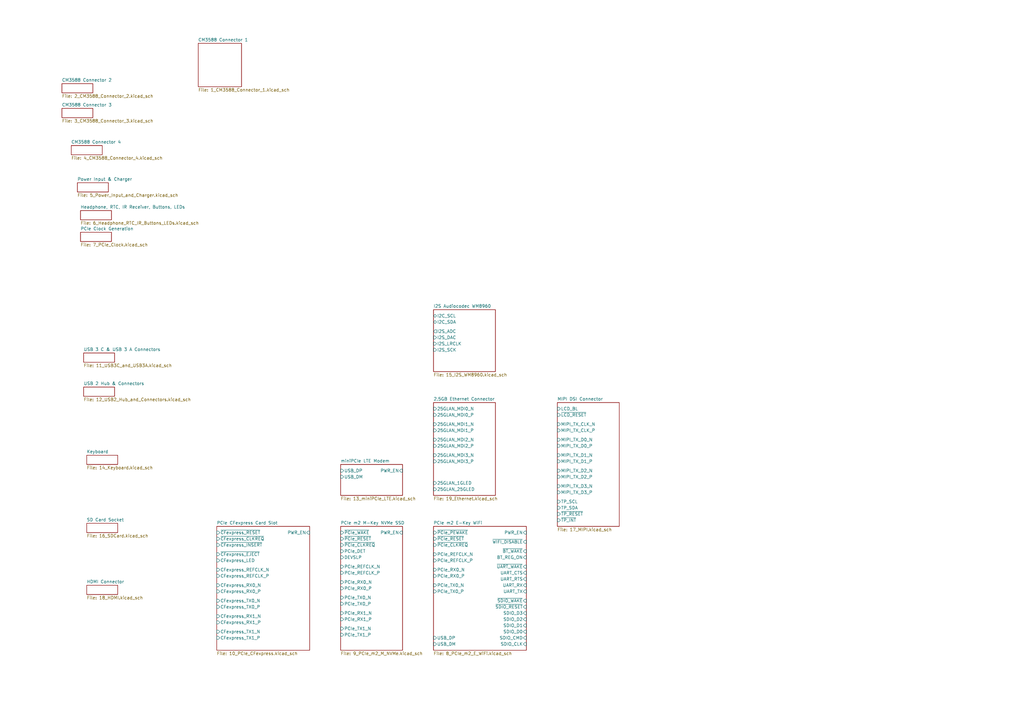
<source format=kicad_sch>
(kicad_sch
	(version 20250114)
	(generator "eeschema")
	(generator_version "9.0")
	(uuid "e8df7ad4-0398-46fe-8df2-22f014c5f1dd")
	(paper "A3")
	(lib_symbols)
	(sheet
		(at 31.75 74.93)
		(size 12.7 3.81)
		(exclude_from_sim no)
		(in_bom yes)
		(on_board yes)
		(dnp no)
		(fields_autoplaced yes)
		(stroke
			(width 0.1524)
			(type solid)
		)
		(fill
			(color 0 0 0 0.0000)
		)
		(uuid "07fa1f4a-4f08-4a00-b91a-2935c9cd6246")
		(property "Sheetname" "Power Input & Charger"
			(at 31.75 74.2184 0)
			(effects
				(font
					(size 1.27 1.27)
				)
				(justify left bottom)
			)
		)
		(property "Sheetfile" "5_Power_Input_and_Charger.kicad_sch"
			(at 31.75 79.3246 0)
			(effects
				(font
					(size 1.27 1.27)
				)
				(justify left top)
			)
		)
		(instances
			(project "mainboard"
				(path "/e8df7ad4-0398-46fe-8df2-22f014c5f1dd"
					(page "5")
				)
			)
		)
	)
	(sheet
		(at 81.28 17.78)
		(size 17.78 17.78)
		(exclude_from_sim no)
		(in_bom yes)
		(on_board yes)
		(dnp no)
		(fields_autoplaced yes)
		(stroke
			(width 0.1524)
			(type solid)
		)
		(fill
			(color 0 0 0 0.0000)
		)
		(uuid "179b20ca-7cf4-4c76-8c3b-b8b4c6c25c72")
		(property "Sheetname" "CM3588 Connector 1"
			(at 81.28 17.0684 0)
			(effects
				(font
					(size 1.27 1.27)
				)
				(justify left bottom)
			)
		)
		(property "Sheetfile" "1_CM3588_Connector_1.kicad_sch"
			(at 81.28 36.1446 0)
			(effects
				(font
					(size 1.27 1.27)
				)
				(justify left top)
			)
		)
		(instances
			(project "mainboard"
				(path "/e8df7ad4-0398-46fe-8df2-22f014c5f1dd"
					(page "1")
				)
			)
		)
	)
	(sheet
		(at 35.56 240.03)
		(size 12.7 3.81)
		(exclude_from_sim no)
		(in_bom yes)
		(on_board yes)
		(dnp no)
		(fields_autoplaced yes)
		(stroke
			(width 0.1524)
			(type solid)
		)
		(fill
			(color 0 0 0 0.0000)
		)
		(uuid "18d9dc9f-f158-4b8c-8c03-4e0e0e17c019")
		(property "Sheetname" "HDMI Connector"
			(at 35.56 239.3184 0)
			(effects
				(font
					(size 1.27 1.27)
				)
				(justify left bottom)
			)
		)
		(property "Sheetfile" "18_HDMI.kicad_sch"
			(at 35.56 244.4246 0)
			(effects
				(font
					(size 1.27 1.27)
				)
				(justify left top)
			)
		)
		(instances
			(project "mainboard"
				(path "/e8df7ad4-0398-46fe-8df2-22f014c5f1dd"
					(page "18")
				)
			)
		)
	)
	(sheet
		(at 33.02 95.25)
		(size 12.7 3.81)
		(exclude_from_sim no)
		(in_bom yes)
		(on_board yes)
		(dnp no)
		(fields_autoplaced yes)
		(stroke
			(width 0.1524)
			(type solid)
		)
		(fill
			(color 0 0 0 0.0000)
		)
		(uuid "484c6dee-af44-4b63-a825-46ce928312ff")
		(property "Sheetname" "PCIe Clock Generation"
			(at 33.02 94.5384 0)
			(effects
				(font
					(size 1.27 1.27)
				)
				(justify left bottom)
			)
		)
		(property "Sheetfile" "7_PCIe_Clock.kicad_sch"
			(at 33.02 99.6446 0)
			(effects
				(font
					(size 1.27 1.27)
				)
				(justify left top)
			)
		)
		(instances
			(project "mainboard"
				(path "/e8df7ad4-0398-46fe-8df2-22f014c5f1dd"
					(page "7")
				)
			)
		)
	)
	(sheet
		(at 139.7 215.9)
		(size 25.4 50.8)
		(exclude_from_sim no)
		(in_bom yes)
		(on_board yes)
		(dnp no)
		(fields_autoplaced yes)
		(stroke
			(width 0.1524)
			(type solid)
		)
		(fill
			(color 0 0 0 0.0000)
		)
		(uuid "6669fa1e-f015-4347-b375-5371b2a452c4")
		(property "Sheetname" "PCIe m2 M-Key NVMe SSD"
			(at 139.7 215.1884 0)
			(effects
				(font
					(size 1.27 1.27)
				)
				(justify left bottom)
			)
		)
		(property "Sheetfile" "9_PCIe_m2_M_NVMe.kicad_sch"
			(at 139.7 267.2846 0)
			(effects
				(font
					(size 1.27 1.27)
				)
				(justify left top)
			)
		)
		(pin "DEVSLP" input
			(at 139.7 228.6 180)
			(uuid "8250a307-5bfc-45cd-bcc1-a8e3b110935a")
			(effects
				(font
					(size 1.27 1.27)
				)
				(justify left)
			)
		)
		(pin "PCIe_DET" input
			(at 139.7 226.06 180)
			(uuid "5d36ab89-ee9c-45f1-9c8f-411f04604c30")
			(effects
				(font
					(size 1.27 1.27)
				)
				(justify left)
			)
		)
		(pin "PCIe_REFCLK_N" input
			(at 139.7 232.41 180)
			(uuid "456707b3-ef8a-449b-b780-e7ea84c2fe0f")
			(effects
				(font
					(size 1.27 1.27)
				)
				(justify left)
			)
		)
		(pin "PCIe_REFCLK_P" input
			(at 139.7 234.95 180)
			(uuid "3a6e22a8-1c33-4ccb-8634-0656c7ed4f73")
			(effects
				(font
					(size 1.27 1.27)
				)
				(justify left)
			)
		)
		(pin "PCIe_RX0_N" input
			(at 139.7 238.76 180)
			(uuid "b36f63ee-dda5-4273-8749-7e370dc55816")
			(effects
				(font
					(size 1.27 1.27)
				)
				(justify left)
			)
		)
		(pin "PCIe_RX0_P" input
			(at 139.7 241.3 180)
			(uuid "79078436-955e-4ba2-b5e9-f0115e164c7e")
			(effects
				(font
					(size 1.27 1.27)
				)
				(justify left)
			)
		)
		(pin "PCIe_RX1_N" input
			(at 139.7 251.46 180)
			(uuid "ab0b778b-3805-4636-8b20-f9d4a643390a")
			(effects
				(font
					(size 1.27 1.27)
				)
				(justify left)
			)
		)
		(pin "PCIe_RX1_P" input
			(at 139.7 254 180)
			(uuid "e44f8fa1-d1ae-449a-b73e-ebcffea75acf")
			(effects
				(font
					(size 1.27 1.27)
				)
				(justify left)
			)
		)
		(pin "PCIe_TX0_N" input
			(at 139.7 245.11 180)
			(uuid "8df59557-ebe2-4399-86e1-76227324d036")
			(effects
				(font
					(size 1.27 1.27)
				)
				(justify left)
			)
		)
		(pin "PCIe_TX0_P" input
			(at 139.7 247.65 180)
			(uuid "a3983adb-1f39-45d9-9b6c-038ef2f9cafd")
			(effects
				(font
					(size 1.27 1.27)
				)
				(justify left)
			)
		)
		(pin "PCIe_TX1_N" input
			(at 139.7 257.81 180)
			(uuid "812bc123-58af-4285-8223-066e31c940f8")
			(effects
				(font
					(size 1.27 1.27)
				)
				(justify left)
			)
		)
		(pin "PCIe_TX1_P" input
			(at 139.7 260.35 180)
			(uuid "5b162702-1ec8-4c70-9286-ab9a493e8c20")
			(effects
				(font
					(size 1.27 1.27)
				)
				(justify left)
			)
		)
		(pin "~{PCIe_CLKREQ}" input
			(at 139.7 223.52 180)
			(uuid "2fdb73b0-335b-4c65-a8b9-7614e14944c7")
			(effects
				(font
					(size 1.27 1.27)
				)
				(justify left)
			)
		)
		(pin "~{PCIe_RESET}" input
			(at 139.7 220.98 180)
			(uuid "2235e878-ea99-4ca6-8bc4-70d78ace0891")
			(effects
				(font
					(size 1.27 1.27)
				)
				(justify left)
			)
		)
		(pin "~{PCIe_WAKE}" input
			(at 139.7 218.44 180)
			(uuid "c7155c23-faf8-4a14-b0f7-6850aad77b01")
			(effects
				(font
					(size 1.27 1.27)
				)
				(justify left)
			)
		)
		(pin "PWR_EN" input
			(at 165.1 218.44 0)
			(uuid "5f32886c-3a2e-49d3-9f05-969676369bbf")
			(effects
				(font
					(size 1.27 1.27)
				)
				(justify right)
			)
		)
		(instances
			(project "mainboard"
				(path "/e8df7ad4-0398-46fe-8df2-22f014c5f1dd"
					(page "9")
				)
			)
		)
	)
	(sheet
		(at 25.4 44.45)
		(size 12.7 3.81)
		(exclude_from_sim no)
		(in_bom yes)
		(on_board yes)
		(dnp no)
		(fields_autoplaced yes)
		(stroke
			(width 0.1524)
			(type solid)
		)
		(fill
			(color 0 0 0 0.0000)
		)
		(uuid "68a2b222-807f-4ee1-877f-9299e0573b20")
		(property "Sheetname" "CM3588 Connector 3"
			(at 25.4 43.7384 0)
			(effects
				(font
					(size 1.27 1.27)
				)
				(justify left bottom)
			)
		)
		(property "Sheetfile" "3_CM3588_Connector_3.kicad_sch"
			(at 25.4 48.8446 0)
			(effects
				(font
					(size 1.27 1.27)
				)
				(justify left top)
			)
		)
		(instances
			(project "mainboard"
				(path "/e8df7ad4-0398-46fe-8df2-22f014c5f1dd"
					(page "3")
				)
			)
		)
	)
	(sheet
		(at 139.7 190.5)
		(size 25.4 12.7)
		(exclude_from_sim no)
		(in_bom yes)
		(on_board yes)
		(dnp no)
		(fields_autoplaced yes)
		(stroke
			(width 0.1524)
			(type solid)
		)
		(fill
			(color 0 0 0 0.0000)
		)
		(uuid "8644110b-fd44-4bf7-8252-8da3b2442694")
		(property "Sheetname" "miniPCIe LTE Modem"
			(at 139.7 189.7884 0)
			(effects
				(font
					(size 1.27 1.27)
				)
				(justify left bottom)
			)
		)
		(property "Sheetfile" "13_miniPCIe_LTE.kicad_sch"
			(at 139.7 203.7846 0)
			(effects
				(font
					(size 1.27 1.27)
				)
				(justify left top)
			)
		)
		(pin "PWR_EN" input
			(at 165.1 193.04 0)
			(uuid "ec6ac0a6-97a2-4b59-a772-9f3389ff4408")
			(effects
				(font
					(size 1.27 1.27)
				)
				(justify right)
			)
		)
		(pin "USB_DM" input
			(at 139.7 195.58 180)
			(uuid "37a4b681-5ee7-49b0-a3ba-f36d8b9018e1")
			(effects
				(font
					(size 1.27 1.27)
				)
				(justify left)
			)
		)
		(pin "USB_DP" input
			(at 139.7 193.04 180)
			(uuid "c6ffd364-60bb-4929-8078-449c68b24900")
			(effects
				(font
					(size 1.27 1.27)
				)
				(justify left)
			)
		)
		(instances
			(project "mainboard"
				(path "/e8df7ad4-0398-46fe-8df2-22f014c5f1dd"
					(page "13")
				)
			)
		)
	)
	(sheet
		(at 35.56 214.63)
		(size 12.7 3.81)
		(exclude_from_sim no)
		(in_bom yes)
		(on_board yes)
		(dnp no)
		(fields_autoplaced yes)
		(stroke
			(width 0.1524)
			(type solid)
		)
		(fill
			(color 0 0 0 0.0000)
		)
		(uuid "8986aa19-15b1-4e69-80f7-caad2369fd75")
		(property "Sheetname" "SD Card Socket"
			(at 35.56 213.9184 0)
			(effects
				(font
					(size 1.27 1.27)
				)
				(justify left bottom)
			)
		)
		(property "Sheetfile" "16_SDCard.kicad_sch"
			(at 35.56 219.0246 0)
			(effects
				(font
					(size 1.27 1.27)
				)
				(justify left top)
			)
		)
		(instances
			(project "mainboard"
				(path "/e8df7ad4-0398-46fe-8df2-22f014c5f1dd"
					(page "16")
				)
			)
		)
	)
	(sheet
		(at 34.29 158.75)
		(size 12.7 3.81)
		(exclude_from_sim no)
		(in_bom yes)
		(on_board yes)
		(dnp no)
		(fields_autoplaced yes)
		(stroke
			(width 0.1524)
			(type solid)
		)
		(fill
			(color 0 0 0 0.0000)
		)
		(uuid "8cfb5e11-a71f-45fa-8675-4058f56774f6")
		(property "Sheetname" "USB 2 Hub & Connectors"
			(at 34.29 158.0384 0)
			(effects
				(font
					(size 1.27 1.27)
				)
				(justify left bottom)
			)
		)
		(property "Sheetfile" "12_USB2_Hub_and_Connectors.kicad_sch"
			(at 34.29 163.1446 0)
			(effects
				(font
					(size 1.27 1.27)
				)
				(justify left top)
			)
		)
		(instances
			(project "mainboard"
				(path "/e8df7ad4-0398-46fe-8df2-22f014c5f1dd"
					(page "12")
				)
			)
		)
	)
	(sheet
		(at 228.6 165.1)
		(size 25.4 50.8)
		(exclude_from_sim no)
		(in_bom yes)
		(on_board yes)
		(dnp no)
		(fields_autoplaced yes)
		(stroke
			(width 0.1524)
			(type solid)
		)
		(fill
			(color 0 0 0 0.0000)
		)
		(uuid "92c68f36-3049-4ded-92bc-6a7d51e36adb")
		(property "Sheetname" "MIPI DSI Connector"
			(at 228.6 164.3884 0)
			(effects
				(font
					(size 1.27 1.27)
				)
				(justify left bottom)
			)
		)
		(property "Sheetfile" "17_MIPI.kicad_sch"
			(at 228.6 216.4846 0)
			(effects
				(font
					(size 1.27 1.27)
				)
				(justify left top)
			)
		)
		(pin "LCD_BL" input
			(at 228.6 167.64 180)
			(uuid "9d492064-8544-4e1e-a2d8-5f9e4f95ba72")
			(effects
				(font
					(size 1.27 1.27)
				)
				(justify left)
			)
		)
		(pin "MIPI_TX_CLK_N" input
			(at 228.6 173.99 180)
			(uuid "a80b5fad-fe20-4e7f-a777-be214113ffcd")
			(effects
				(font
					(size 1.27 1.27)
				)
				(justify left)
			)
		)
		(pin "MIPI_TX_CLK_P" input
			(at 228.6 176.53 180)
			(uuid "8f335182-66ad-4fa0-88e5-f4c0ce875b5b")
			(effects
				(font
					(size 1.27 1.27)
				)
				(justify left)
			)
		)
		(pin "MIPI_TX_D0_N" input
			(at 228.6 180.34 180)
			(uuid "3a6a22c8-b725-45a7-8b0e-108a0bf72b03")
			(effects
				(font
					(size 1.27 1.27)
				)
				(justify left)
			)
		)
		(pin "MIPI_TX_D0_P" input
			(at 228.6 182.88 180)
			(uuid "cd7c76a9-9d47-49c3-b15f-a5d637f8aab5")
			(effects
				(font
					(size 1.27 1.27)
				)
				(justify left)
			)
		)
		(pin "MIPI_TX_D1_N" input
			(at 228.6 186.69 180)
			(uuid "c66954df-ff6e-43ec-b246-47354d477309")
			(effects
				(font
					(size 1.27 1.27)
				)
				(justify left)
			)
		)
		(pin "MIPI_TX_D1_P" input
			(at 228.6 189.23 180)
			(uuid "30b815db-ee5e-4301-a847-d31a548ffea8")
			(effects
				(font
					(size 1.27 1.27)
				)
				(justify left)
			)
		)
		(pin "MIPI_TX_D2_N" input
			(at 228.6 193.04 180)
			(uuid "3ca4dc06-dd5f-4a08-986b-f22b6929833f")
			(effects
				(font
					(size 1.27 1.27)
				)
				(justify left)
			)
		)
		(pin "MIPI_TX_D2_P" input
			(at 228.6 195.58 180)
			(uuid "b48601a3-d718-459e-bd17-bbe69589ba72")
			(effects
				(font
					(size 1.27 1.27)
				)
				(justify left)
			)
		)
		(pin "MIPI_TX_D3_N" input
			(at 228.6 199.39 180)
			(uuid "964b1996-6a8a-44b6-ac53-b7fb548f5417")
			(effects
				(font
					(size 1.27 1.27)
				)
				(justify left)
			)
		)
		(pin "MIPI_TX_D3_P" input
			(at 228.6 201.93 180)
			(uuid "d5e198b6-df83-4a6f-9700-f4c6da2705bc")
			(effects
				(font
					(size 1.27 1.27)
				)
				(justify left)
			)
		)
		(pin "TP_SCL" input
			(at 228.6 205.74 180)
			(uuid "3de87970-0d10-43cb-a78c-6a0175a9f388")
			(effects
				(font
					(size 1.27 1.27)
				)
				(justify left)
			)
		)
		(pin "TP_SDA" input
			(at 228.6 208.28 180)
			(uuid "b5bd621e-d51d-448d-8f04-54a1a6b6d179")
			(effects
				(font
					(size 1.27 1.27)
				)
				(justify left)
			)
		)
		(pin "~{LCD_RESET}" input
			(at 228.6 170.18 180)
			(uuid "8f2106b5-0ebe-42bf-b69b-be8dd07e77fc")
			(effects
				(font
					(size 1.27 1.27)
				)
				(justify left)
			)
		)
		(pin "~{TP_INT}" input
			(at 228.6 213.36 180)
			(uuid "c3b4b5c9-0c4b-4798-ade9-b3f24d493762")
			(effects
				(font
					(size 1.27 1.27)
				)
				(justify left)
			)
		)
		(pin "~{TP_RESET}" input
			(at 228.6 210.82 180)
			(uuid "3109ae4e-d3f2-4604-a16b-4e677b66da7b")
			(effects
				(font
					(size 1.27 1.27)
				)
				(justify left)
			)
		)
		(instances
			(project "mainboard"
				(path "/e8df7ad4-0398-46fe-8df2-22f014c5f1dd"
					(page "17")
				)
			)
		)
	)
	(sheet
		(at 29.21 59.69)
		(size 12.7 3.81)
		(exclude_from_sim no)
		(in_bom yes)
		(on_board yes)
		(dnp no)
		(fields_autoplaced yes)
		(stroke
			(width 0.1524)
			(type solid)
		)
		(fill
			(color 0 0 0 0.0000)
		)
		(uuid "98643362-4360-4082-9fcf-14e673c38aa5")
		(property "Sheetname" "CM3588 Connector 4"
			(at 29.21 58.9784 0)
			(effects
				(font
					(size 1.27 1.27)
				)
				(justify left bottom)
			)
		)
		(property "Sheetfile" "4_CM3588_Connector_4.kicad_sch"
			(at 29.21 64.0846 0)
			(effects
				(font
					(size 1.27 1.27)
				)
				(justify left top)
			)
		)
		(instances
			(project "mainboard"
				(path "/e8df7ad4-0398-46fe-8df2-22f014c5f1dd"
					(page "4")
				)
			)
		)
	)
	(sheet
		(at 177.8 165.1)
		(size 25.4 38.1)
		(exclude_from_sim no)
		(in_bom yes)
		(on_board yes)
		(dnp no)
		(fields_autoplaced yes)
		(stroke
			(width 0.1524)
			(type solid)
		)
		(fill
			(color 0 0 0 0.0000)
		)
		(uuid "a5e27188-7231-4ab7-9c42-d430df737766")
		(property "Sheetname" "2.5GB Ethernet Connector"
			(at 177.8 164.3884 0)
			(effects
				(font
					(size 1.27 1.27)
				)
				(justify left bottom)
			)
		)
		(property "Sheetfile" "19_Ethernet.kicad_sch"
			(at 177.8 203.7846 0)
			(effects
				(font
					(size 1.27 1.27)
				)
				(justify left top)
			)
		)
		(pin "25GLAN_1GLED" input
			(at 177.8 198.12 180)
			(uuid "ea970541-ad9d-4d0d-8547-911cd1b37aa9")
			(effects
				(font
					(size 1.27 1.27)
				)
				(justify left)
			)
		)
		(pin "25GLAN_25GLED" input
			(at 177.8 200.66 180)
			(uuid "24cd0925-74b4-4560-a33f-7ae7e76c3a3e")
			(effects
				(font
					(size 1.27 1.27)
				)
				(justify left)
			)
		)
		(pin "25GLAN_MDI0_N" input
			(at 177.8 167.64 180)
			(uuid "f4af2d9b-10aa-40d9-9350-e6784521ac08")
			(effects
				(font
					(size 1.27 1.27)
				)
				(justify left)
			)
		)
		(pin "25GLAN_MDI0_P" input
			(at 177.8 170.18 180)
			(uuid "8dc62061-0699-45aa-8299-c65240602a1a")
			(effects
				(font
					(size 1.27 1.27)
				)
				(justify left)
			)
		)
		(pin "25GLAN_MDI1_N" input
			(at 177.8 173.99 180)
			(uuid "43d26a30-eace-40b0-aa03-d92c1c451f27")
			(effects
				(font
					(size 1.27 1.27)
				)
				(justify left)
			)
		)
		(pin "25GLAN_MDI1_P" input
			(at 177.8 176.53 180)
			(uuid "be8f7c3b-1e68-430d-85c9-d46a41f163fc")
			(effects
				(font
					(size 1.27 1.27)
				)
				(justify left)
			)
		)
		(pin "25GLAN_MDI2_N" input
			(at 177.8 180.34 180)
			(uuid "d967f382-784f-41fb-b4e8-dee48dc0690a")
			(effects
				(font
					(size 1.27 1.27)
				)
				(justify left)
			)
		)
		(pin "25GLAN_MDI2_P" input
			(at 177.8 182.88 180)
			(uuid "c38142cb-b0fb-4b38-9cc8-5fc01535ef0e")
			(effects
				(font
					(size 1.27 1.27)
				)
				(justify left)
			)
		)
		(pin "25GLAN_MDI3_N" input
			(at 177.8 186.69 180)
			(uuid "f5e953cf-b5bc-460c-a839-2c64b5e03602")
			(effects
				(font
					(size 1.27 1.27)
				)
				(justify left)
			)
		)
		(pin "25GLAN_MDI3_P" input
			(at 177.8 189.23 180)
			(uuid "f14274d4-a744-4264-9042-6c9ae352287b")
			(effects
				(font
					(size 1.27 1.27)
				)
				(justify left)
			)
		)
		(instances
			(project "mainboard"
				(path "/e8df7ad4-0398-46fe-8df2-22f014c5f1dd"
					(page "19")
				)
			)
		)
	)
	(sheet
		(at 177.8 215.9)
		(size 38.1 50.8)
		(exclude_from_sim no)
		(in_bom yes)
		(on_board yes)
		(dnp no)
		(fields_autoplaced yes)
		(stroke
			(width 0.1524)
			(type solid)
		)
		(fill
			(color 0 0 0 0.0000)
		)
		(uuid "a6c4e84f-5700-4370-a676-0959800a711a")
		(property "Sheetname" "PCIe m2 E-Key WiFi"
			(at 177.8 215.1884 0)
			(effects
				(font
					(size 1.27 1.27)
				)
				(justify left bottom)
			)
		)
		(property "Sheetfile" "8_PCIe_m2_E_WiFi.kicad_sch"
			(at 177.8 267.2846 0)
			(effects
				(font
					(size 1.27 1.27)
				)
				(justify left top)
			)
		)
		(pin "BT_REG_ON" input
			(at 215.9 228.6 0)
			(uuid "a419b7ef-d2ce-48c8-9df0-fcf1a3ee2669")
			(effects
				(font
					(size 1.27 1.27)
				)
				(justify right)
			)
		)
		(pin "PCIe_REFCLK_N" input
			(at 177.8 227.33 180)
			(uuid "ca33330a-3ba5-40ef-bc00-d2d7c19c15d3")
			(effects
				(font
					(size 1.27 1.27)
				)
				(justify left)
			)
		)
		(pin "PCIe_REFCLK_P" input
			(at 177.8 229.87 180)
			(uuid "61da3f16-0238-4bb8-a176-9311cc4d7c2b")
			(effects
				(font
					(size 1.27 1.27)
				)
				(justify left)
			)
		)
		(pin "PCIe_RX0_N" input
			(at 177.8 233.68 180)
			(uuid "8228758c-c887-4d14-aa2c-d1df368fa549")
			(effects
				(font
					(size 1.27 1.27)
				)
				(justify left)
			)
		)
		(pin "PCIe_RX0_P" input
			(at 177.8 236.22 180)
			(uuid "dfc69cb8-e98f-4d79-8e62-5d3b37eecdea")
			(effects
				(font
					(size 1.27 1.27)
				)
				(justify left)
			)
		)
		(pin "PCIe_TX0_N" input
			(at 177.8 240.03 180)
			(uuid "78154470-766a-439c-8d1c-92322baaa908")
			(effects
				(font
					(size 1.27 1.27)
				)
				(justify left)
			)
		)
		(pin "PCIe_TX0_P" input
			(at 177.8 242.57 180)
			(uuid "503d3434-3c92-4a17-8739-9187ca703ca5")
			(effects
				(font
					(size 1.27 1.27)
				)
				(justify left)
			)
		)
		(pin "PWR_EN" input
			(at 215.9 218.44 0)
			(uuid "a7721f1a-3755-4947-91e0-d0b49bc47497")
			(effects
				(font
					(size 1.27 1.27)
				)
				(justify right)
			)
		)
		(pin "SDIO_CLK" input
			(at 215.9 264.16 0)
			(uuid "89183d58-0cbf-45e9-998f-97e595956f39")
			(effects
				(font
					(size 1.27 1.27)
				)
				(justify right)
			)
		)
		(pin "SDIO_CMD" input
			(at 215.9 261.62 0)
			(uuid "3bb7f4f1-9a71-4b78-b11b-4ca417f19018")
			(effects
				(font
					(size 1.27 1.27)
				)
				(justify right)
			)
		)
		(pin "SDIO_D0" input
			(at 215.9 259.08 0)
			(uuid "499148c3-e452-4ed6-b36a-c0e2089c3a94")
			(effects
				(font
					(size 1.27 1.27)
				)
				(justify right)
			)
		)
		(pin "SDIO_D1" input
			(at 215.9 256.54 0)
			(uuid "1400c6b0-63da-4346-9fb5-4902b32a7de9")
			(effects
				(font
					(size 1.27 1.27)
				)
				(justify right)
			)
		)
		(pin "SDIO_D2" input
			(at 215.9 254 0)
			(uuid "37efb270-c9d5-4b1b-be84-7619150bb51b")
			(effects
				(font
					(size 1.27 1.27)
				)
				(justify right)
			)
		)
		(pin "SDIO_D3" input
			(at 215.9 251.46 0)
			(uuid "1dee3050-9556-46d2-a108-a109e34b8695")
			(effects
				(font
					(size 1.27 1.27)
				)
				(justify right)
			)
		)
		(pin "UART_CTS" input
			(at 215.9 234.95 0)
			(uuid "b651bca2-48fb-403b-8841-d46b695d6cfc")
			(effects
				(font
					(size 1.27 1.27)
				)
				(justify right)
			)
		)
		(pin "UART_RTS" input
			(at 215.9 237.49 0)
			(uuid "178e3ca4-fb21-4b7a-a25a-558444f803c6")
			(effects
				(font
					(size 1.27 1.27)
				)
				(justify right)
			)
		)
		(pin "UART_RX" input
			(at 215.9 240.03 0)
			(uuid "2f9ac340-3503-4c65-8831-74bdd8592184")
			(effects
				(font
					(size 1.27 1.27)
				)
				(justify right)
			)
		)
		(pin "UART_TX" input
			(at 215.9 242.57 0)
			(uuid "1c71a551-eee1-48d4-b955-f9bc9aa211b6")
			(effects
				(font
					(size 1.27 1.27)
				)
				(justify right)
			)
		)
		(pin "USB_DM" input
			(at 177.8 264.16 180)
			(uuid "c0331a03-48c8-4488-8c45-a89ec165729c")
			(effects
				(font
					(size 1.27 1.27)
				)
				(justify left)
			)
		)
		(pin "USB_DP" input
			(at 177.8 261.62 180)
			(uuid "acb8ba47-8f80-4fa0-be1d-36d1669db348")
			(effects
				(font
					(size 1.27 1.27)
				)
				(justify left)
			)
		)
		(pin "~{BT_WAKE}" input
			(at 215.9 226.06 0)
			(uuid "a216ab39-c948-4b57-9a98-3bd3e87d2e01")
			(effects
				(font
					(size 1.27 1.27)
				)
				(justify right)
			)
		)
		(pin "~{PCIe_CLKREQ}" input
			(at 177.8 223.52 180)
			(uuid "4bff014c-8b0d-48a3-b158-8f9f6e4951ad")
			(effects
				(font
					(size 1.27 1.27)
				)
				(justify left)
			)
		)
		(pin "~{PCIe_PEWAKE}" input
			(at 177.8 218.44 180)
			(uuid "d7264f83-4ba1-489e-9a91-27a7834d0ff4")
			(effects
				(font
					(size 1.27 1.27)
				)
				(justify left)
			)
		)
		(pin "~{PCIe_RESET}" input
			(at 177.8 220.98 180)
			(uuid "b58f351d-6c24-407f-a647-c139a0292561")
			(effects
				(font
					(size 1.27 1.27)
				)
				(justify left)
			)
		)
		(pin "~{SDIO_RESET}" input
			(at 215.9 248.92 0)
			(uuid "dee584bb-8033-4eeb-b90d-86d151453088")
			(effects
				(font
					(size 1.27 1.27)
				)
				(justify right)
			)
		)
		(pin "~{SDIO_WAKE}" input
			(at 215.9 246.38 0)
			(uuid "ddb31367-03bd-4df6-b0ba-7254b66df4d9")
			(effects
				(font
					(size 1.27 1.27)
				)
				(justify right)
			)
		)
		(pin "~{UART_WAKE}" input
			(at 215.9 232.41 0)
			(uuid "ed4b98d1-e965-49cc-8add-ab57c8718b2c")
			(effects
				(font
					(size 1.27 1.27)
				)
				(justify right)
			)
		)
		(pin "~{WIFI_DISABLE}" input
			(at 215.9 222.25 0)
			(uuid "20ceb7d5-05bb-4826-b8b7-95f4ba3358d9")
			(effects
				(font
					(size 1.27 1.27)
				)
				(justify right)
			)
		)
		(instances
			(project "mainboard"
				(path "/e8df7ad4-0398-46fe-8df2-22f014c5f1dd"
					(page "8")
				)
			)
		)
	)
	(sheet
		(at 177.8 127)
		(size 25.4 25.4)
		(exclude_from_sim no)
		(in_bom yes)
		(on_board yes)
		(dnp no)
		(fields_autoplaced yes)
		(stroke
			(width 0.1524)
			(type solid)
		)
		(fill
			(color 0 0 0 0.0000)
		)
		(uuid "b257af20-c8e7-4b15-a490-5e02f5f9fd5b")
		(property "Sheetname" "I2S Audiocodec WM8960"
			(at 177.8 126.2884 0)
			(effects
				(font
					(size 1.27 1.27)
				)
				(justify left bottom)
			)
		)
		(property "Sheetfile" "15_I2S_WM8960.kicad_sch"
			(at 177.8 152.9846 0)
			(effects
				(font
					(size 1.27 1.27)
				)
				(justify left top)
			)
		)
		(pin "I2C_SCL" bidirectional
			(at 177.8 129.54 180)
			(uuid "979cdd8e-a106-445d-b8a7-48f177e59667")
			(effects
				(font
					(size 1.27 1.27)
				)
				(justify left)
			)
		)
		(pin "I2C_SDA" bidirectional
			(at 177.8 132.08 180)
			(uuid "282c9627-54b5-4aa2-bee8-89a08e502522")
			(effects
				(font
					(size 1.27 1.27)
				)
				(justify left)
			)
		)
		(pin "I2S_ADC" output
			(at 177.8 135.89 180)
			(uuid "a05cbe98-0618-446b-883e-d0c320231d4f")
			(effects
				(font
					(size 1.27 1.27)
				)
				(justify left)
			)
		)
		(pin "I2S_DAC" input
			(at 177.8 138.43 180)
			(uuid "b2c31b22-7b40-4714-bd58-1e419d037485")
			(effects
				(font
					(size 1.27 1.27)
				)
				(justify left)
			)
		)
		(pin "I2S_LRCLK" input
			(at 177.8 140.97 180)
			(uuid "db7ee098-c218-4701-9252-75e9f0dd2637")
			(effects
				(font
					(size 1.27 1.27)
				)
				(justify left)
			)
		)
		(pin "I2S_SCK" input
			(at 177.8 143.51 180)
			(uuid "29494526-8279-4f0f-9c50-01e51fd57fc1")
			(effects
				(font
					(size 1.27 1.27)
				)
				(justify left)
			)
		)
		(instances
			(project "mainboard"
				(path "/e8df7ad4-0398-46fe-8df2-22f014c5f1dd"
					(page "15")
				)
			)
		)
	)
	(sheet
		(at 34.29 144.78)
		(size 12.7 3.81)
		(exclude_from_sim no)
		(in_bom yes)
		(on_board yes)
		(dnp no)
		(fields_autoplaced yes)
		(stroke
			(width 0.1524)
			(type solid)
		)
		(fill
			(color 0 0 0 0.0000)
		)
		(uuid "b40728d0-bb26-4ad0-892e-a0f99316494b")
		(property "Sheetname" "USB 3 C & USB 3 A Connectors"
			(at 34.29 144.0684 0)
			(effects
				(font
					(size 1.27 1.27)
				)
				(justify left bottom)
			)
		)
		(property "Sheetfile" "11_USB3C_and_USB3A.kicad_sch"
			(at 34.29 149.1746 0)
			(effects
				(font
					(size 1.27 1.27)
				)
				(justify left top)
			)
		)
		(instances
			(project "mainboard"
				(path "/e8df7ad4-0398-46fe-8df2-22f014c5f1dd"
					(page "11")
				)
			)
		)
	)
	(sheet
		(at 35.56 186.69)
		(size 12.7 3.81)
		(exclude_from_sim no)
		(in_bom yes)
		(on_board yes)
		(dnp no)
		(fields_autoplaced yes)
		(stroke
			(width 0.1524)
			(type solid)
		)
		(fill
			(color 0 0 0 0.0000)
		)
		(uuid "b53c68d6-890a-48ca-a848-4e830d0e96f7")
		(property "Sheetname" "Keyboard"
			(at 35.56 185.9784 0)
			(effects
				(font
					(size 1.27 1.27)
				)
				(justify left bottom)
			)
		)
		(property "Sheetfile" "14_Keyboard.kicad_sch"
			(at 35.56 191.0846 0)
			(effects
				(font
					(size 1.27 1.27)
				)
				(justify left top)
			)
		)
		(instances
			(project "mainboard"
				(path "/e8df7ad4-0398-46fe-8df2-22f014c5f1dd"
					(page "14")
				)
			)
		)
	)
	(sheet
		(at 25.4 34.29)
		(size 12.7 3.81)
		(exclude_from_sim no)
		(in_bom yes)
		(on_board yes)
		(dnp no)
		(fields_autoplaced yes)
		(stroke
			(width 0.1524)
			(type solid)
		)
		(fill
			(color 0 0 0 0.0000)
		)
		(uuid "bcd9a7a9-7c30-4b20-85c5-75455db96f45")
		(property "Sheetname" "CM3588 Connector 2"
			(at 25.4 33.5784 0)
			(effects
				(font
					(size 1.27 1.27)
				)
				(justify left bottom)
			)
		)
		(property "Sheetfile" "2_CM3588_Connector_2.kicad_sch"
			(at 25.4 38.6846 0)
			(effects
				(font
					(size 1.27 1.27)
				)
				(justify left top)
			)
		)
		(instances
			(project "mainboard"
				(path "/e8df7ad4-0398-46fe-8df2-22f014c5f1dd"
					(page "2")
				)
			)
		)
	)
	(sheet
		(at 33.02 86.36)
		(size 12.7 3.81)
		(exclude_from_sim no)
		(in_bom yes)
		(on_board yes)
		(dnp no)
		(fields_autoplaced yes)
		(stroke
			(width 0.1524)
			(type solid)
		)
		(fill
			(color 0 0 0 0.0000)
		)
		(uuid "c1c653fe-8be5-421f-be33-d886be37e0a5")
		(property "Sheetname" "Headphone, RTC, IR Receiver, Buttons, LEDs"
			(at 33.02 85.6484 0)
			(effects
				(font
					(size 1.27 1.27)
				)
				(justify left bottom)
			)
		)
		(property "Sheetfile" "6_Headphone_RTC_IR_Buttons_LEDs.kicad_sch"
			(at 33.02 90.7546 0)
			(effects
				(font
					(size 1.27 1.27)
				)
				(justify left top)
			)
		)
		(instances
			(project "mainboard"
				(path "/e8df7ad4-0398-46fe-8df2-22f014c5f1dd"
					(page "6")
				)
			)
		)
	)
	(sheet
		(at 88.9 215.9)
		(size 38.1 50.8)
		(exclude_from_sim no)
		(in_bom yes)
		(on_board yes)
		(dnp no)
		(fields_autoplaced yes)
		(stroke
			(width 0.1524)
			(type solid)
		)
		(fill
			(color 0 0 0 0.0000)
		)
		(uuid "e7fb8ba8-ec6e-4e12-955d-f90b904d700b")
		(property "Sheetname" "PCIe CFexpress Card Slot"
			(at 88.9 215.1884 0)
			(effects
				(font
					(size 1.27 1.27)
				)
				(justify left bottom)
			)
		)
		(property "Sheetfile" "10_PCIe_CFexpress.kicad_sch"
			(at 88.9 267.2846 0)
			(effects
				(font
					(size 1.27 1.27)
				)
				(justify left top)
			)
		)
		(pin "CFexpress_LED" input
			(at 88.9 229.87 180)
			(uuid "7f20fd53-5c32-46c7-b616-9394b4b3e450")
			(effects
				(font
					(size 1.27 1.27)
				)
				(justify left)
			)
		)
		(pin "CFexpress_REFCLK_N" input
			(at 88.9 233.68 180)
			(uuid "7e10c469-c2e8-4fbc-bf63-6def32290df0")
			(effects
				(font
					(size 1.27 1.27)
				)
				(justify left)
			)
		)
		(pin "CFexpress_REFCLK_P" input
			(at 88.9 236.22 180)
			(uuid "80328fbd-27ed-4350-b2df-5d329539f5d0")
			(effects
				(font
					(size 1.27 1.27)
				)
				(justify left)
			)
		)
		(pin "CFexpress_RX0_N" input
			(at 88.9 240.03 180)
			(uuid "49e4fc59-f62d-4421-b763-532a156bf865")
			(effects
				(font
					(size 1.27 1.27)
				)
				(justify left)
			)
		)
		(pin "CFexpress_RX0_P" input
			(at 88.9 242.57 180)
			(uuid "7c7c7e1f-908c-4b2b-8902-8a5360534190")
			(effects
				(font
					(size 1.27 1.27)
				)
				(justify left)
			)
		)
		(pin "CFexpress_RX1_N" input
			(at 88.9 252.73 180)
			(uuid "cb54363a-bc1f-465d-94e8-91913d6b4ed9")
			(effects
				(font
					(size 1.27 1.27)
				)
				(justify left)
			)
		)
		(pin "CFexpress_RX1_P" input
			(at 88.9 255.27 180)
			(uuid "4b31b07c-8cde-4dc5-9e19-b1f99c03a64a")
			(effects
				(font
					(size 1.27 1.27)
				)
				(justify left)
			)
		)
		(pin "CFexpress_TX0_N" input
			(at 88.9 246.38 180)
			(uuid "10b39ea9-36d1-43c3-a67d-d821fbee7866")
			(effects
				(font
					(size 1.27 1.27)
				)
				(justify left)
			)
		)
		(pin "CFexpress_TX0_P" input
			(at 88.9 248.92 180)
			(uuid "ef0dc058-10cb-4ef3-bae6-cea37af5df9d")
			(effects
				(font
					(size 1.27 1.27)
				)
				(justify left)
			)
		)
		(pin "CFexpress_TX1_N" input
			(at 88.9 259.08 180)
			(uuid "6f464b3b-a1b2-4177-9975-08719072dda4")
			(effects
				(font
					(size 1.27 1.27)
				)
				(justify left)
			)
		)
		(pin "CFexpress_TX1_P" input
			(at 88.9 261.62 180)
			(uuid "93691a62-0368-4fb0-8b45-f5aa322d7f33")
			(effects
				(font
					(size 1.27 1.27)
				)
				(justify left)
			)
		)
		(pin "PWR_EN" input
			(at 127 218.44 0)
			(uuid "516b7fcc-9a5d-4115-9565-ec92c8d13f6f")
			(effects
				(font
					(size 1.27 1.27)
				)
				(justify right)
			)
		)
		(pin "~{CFexpress_CLKREQ}" input
			(at 88.9 220.98 180)
			(uuid "6fb83433-80e5-4f96-9cbb-b6eaa9df4008")
			(effects
				(font
					(size 1.27 1.27)
				)
				(justify left)
			)
		)
		(pin "~{CFexpress_EJECT}" input
			(at 88.9 227.33 180)
			(uuid "420f5366-b413-4ae5-a049-b67cdfcd3500")
			(effects
				(font
					(size 1.27 1.27)
				)
				(justify left)
			)
		)
		(pin "~{CFexpress_INSERT}" input
			(at 88.9 223.52 180)
			(uuid "78021add-48f5-4ec4-b090-055a8e694479")
			(effects
				(font
					(size 1.27 1.27)
				)
				(justify left)
			)
		)
		(pin "~{CFexpress_RESET}" input
			(at 88.9 218.44 180)
			(uuid "0218519a-c719-44e0-b0f8-848d386f7a95")
			(effects
				(font
					(size 1.27 1.27)
				)
				(justify left)
			)
		)
		(instances
			(project "mainboard"
				(path "/e8df7ad4-0398-46fe-8df2-22f014c5f1dd"
					(page "10")
				)
			)
		)
	)
	(sheet_instances
		(path "/"
			(page "0")
		)
	)
	(embedded_fonts no)
	(embedded_files
		(file
			(name "A3_ISO5457-1999_ISO7200-2004-compact_EN.kicad_wks")
			(type worksheet)
			(data |KLUv/WBhIyUiACaqeCUQrbgB3wq561/zHS4DZ1bsoBEJEmVkiIiIKJO/3MeAqqqGgFIBcQBqAGkA
				y90R8ouOsTYnc+DiJXsjuwQlLJgi8eqtbrelDURyRpvp0pweHzWF/ny+YrT5hzsWrE55JEb/4ZMy
				/U+Smp4nEmgyzbZKkGQ+lIePeNQ0dlYnD4EkXIIipmkOq09A1Vv8GaUq7xWjCvCV6fJEDy55KCas
				52J0IzT3AW8bcGw4yAWLH8Mtx5CNJWO5WDZLZrksIy8I13vtXLfGjPFarnv6S/7QSwT6qgKxFqMv
				TZFWaGOtJorR5i3esGDWt/jLn3C+6eZsc7LVqxeEvQzh9kYJ5ZOuSSYXS9lrcYwBPj3iU6PnAUmT
				hzc0rQ25tcYX4DzlEPVIQpU0UZU7AmLcBhlybNYMNtbYW8jKze3r9noZt11RIYvqlptBhqz7Whfy
				gswUP3ltVP/npymbVZdb42Z19WJhtHpW6C4sWJokl2ii4HzTzdYzAM1zmK1TECBgWBxXYxc0WI49
				R2u3DcZaQ20OfKyBFzeW01GZ43YQiPzuE4bmPN4mkZ4EZrFSVZBGJvV/tkEnwh2O3+tlPh5RVIVB
				Bzx6iDFXVf75qm2jLq8vOaXymAwei5gmRTEcr4tUiP/js/FY+0MKgUmowXBLRkSSpKCQ5vERIYgw
				W3UySAwDIRTDARlIMRhCIZJDAiIggiIkxCBjTgXmAwRYtcuOPfmcfE+UZp3iNJq0sGNgjzFCXpi1
				1JnEVh8YhGH6FRRskCwCdUxrSdKXaESAhBcT9B7vNZqYihTW45d4+WJK/8maE2nhs922Ehdik8p2
				KIBItOZsadcyeuTIoXTSwHaBULl8zL5Mq6y0VyE7+/ws/BJqyZAL/t1mVbRHodIbeGfsOnAVqxlp
				LreH/CjzWsWr/Q9CejwLZ9WLlm0AmJlUtJrRYtPBNIFPVMcypMxjFLLNxSRJWnyBTp4zBql26/9V
				M1dOuQYRGZjCtqSiyf7WNjQvhcCdteVlFFAgHqe/UYRosQMXJGoOqo0ztK9Adc0UpxL1vFtB7BC8
				toG+yKNFw8bJm72toMmoVumH7fvFefn8ze5//gJI+uYPLHcx9AbuLf+LdqQi7p+GHrH+iyPU+/UQ
				+n0VhHq+HkJ/r4JQ10sQyuss6E75+yBz7JaUnEhOLC3hhEwi4ByRBkoeEXGrmROTbhLT5B30Y+Iw
				eLixSl3p8iNeLYdBqw4hDlM9hhOl2hsnBxmEPoR3SFnmUw4iBDUwH5mT2afZv/70nLEIkrB0tUJP
				8Dp+DhSLnEV3/XoO5dseUOT0t8gnDjjYbz1iHBp3aUCv4SWbI1U5CWImEFlAuq/BTbDWUNSNwXzL
				aEyt9T1oeoQ+olH+W2P6Wr5S5lNY09aaoE8WtwOGWhBFuI0FTqaMfEFtSCVqV6LqeFPaRSg7PwFv
				65oXP5wdimnw5YX7tQinpqhUAQ==|
			)
			(checksum "390B5D6CBC7D9953924469EDACCB19C5")
		)
	)
)

</source>
